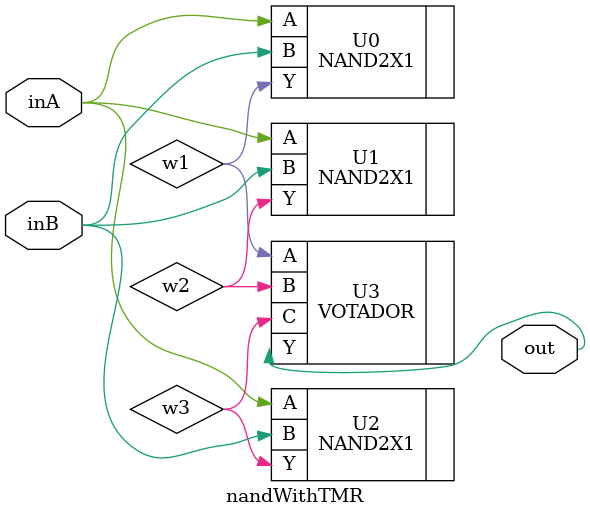
<source format=v>
module nandWithTMR (
    inA, inB, out );
  input  inA, inB;
  output out ;
  wire w1, w2, w3;

  
  NAND2X1   U0(.A(inA), .B(inB), .Y(w1));
  NAND2X1   U1(.A(inA), .B(inB), .Y(w2));
  NAND2X1   U2(.A(inA), .B(inB), .Y(w3));

  VOTADOR   U3(.A(w1), .B(w2), .C(w3), .Y(out));

endmodule



</source>
